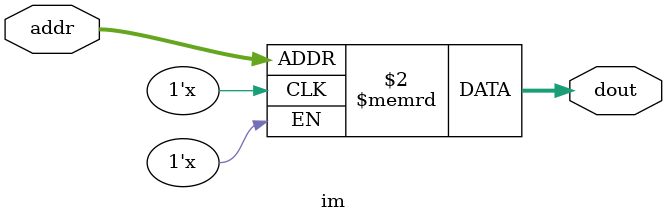
<source format=v>
module im( 
  input [11:2] addr, //address bus
  output reg[31:0] dout //32-bit memory output
  );
   
 // `timescale 1ns/1ns
  
  reg[31:0] InstrMem[128:0];
   /* reg[31:0] instr_temp;
  integer fd, cnt, pointer;
    
  //get instruction hex code
  initial
  begin
   // fd = $fopen("./test.txt","r"); 
    fd = $fopen("mipstest_pipelinedloop.dat","r"); 
    for(pointer = 0; pointer < 128; pointer = pointer+1)
    begin
      cnt = $fscanf(fd, "%x", instr_temp);
      InstrMem[pointer] = instr_temp;
      $display("IM read instruction %d: 0x%x", pointer, instr_temp);  //display the instructions 
    end
    $fclose(fd);
  end
    */
  /*read instruction*/  
  always@(*)
    dout <= InstrMem[addr];  
  
endmodule


</source>
